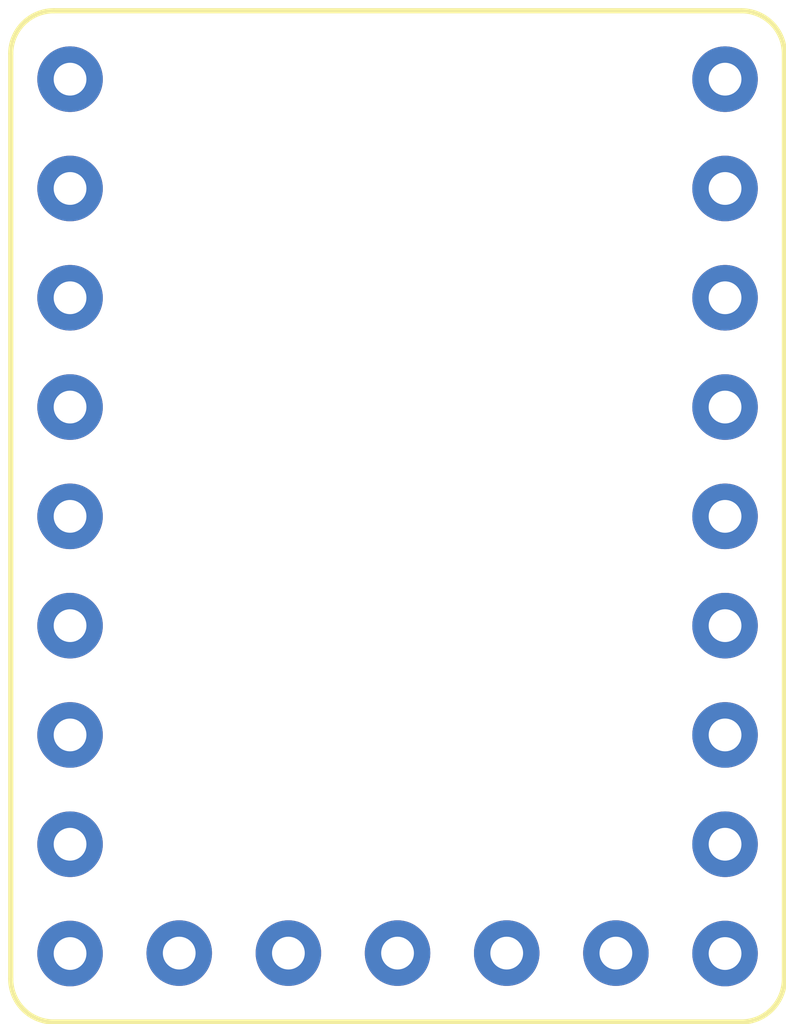
<source format=kicad_pcb>
(kicad_pcb (version 20241229) (generator "pcbnew") (generator_version "9.0")
  (layers (0 "F.Cu" signal) (2 "B.Cu" signal) (13 "F.Paste" user) (15 "B.Paste" user) (5 "F.SilkS" user "F.Silkscreen") (7 "B.SilkS" user "B.Silkscreen") (1 "F.Mask" user) (3 "B.Mask" user) (25 "Edge.Cuts" user))
  (net 0 "")
  (footprint "RP2040-Tiny:RP2040-Tiny" (layer "F.Cu") (at 127.88 88.09)
    (property "Reference" "U1" (hide yes))
    (property "Value" "~")
    (fp_line (start 0 22.5) (end 0 1) (stroke (width 0.12)) (layer "F.SilkS"))
    (fp_line (start 1 0) (end 17 0) (stroke (width 0.12)) (layer "F.SilkS"))
    (fp_line (start 17 23.5) (end 1 23.5) (stroke (width 0.12)) (layer "F.SilkS"))
    (fp_line (start 18 1) (end 18 22.5) (stroke (width 0.12)) (layer "F.SilkS"))
    (fp_arc (start 0 1) (mid 0.292893 0.292893) (end 1 0) (stroke (width 0.12)) (layer "F.SilkS"))
    (fp_arc (start 1 23.5) (mid 0.292893 23.207107) (end 0 22.5) (stroke (width 0.12)) (layer "F.SilkS"))
    (fp_arc (start 17 0) (mid 17.707107 0.292893) (end 18 1) (stroke (width 0.12)) (layer "F.SilkS"))
    (fp_arc (start 18 22.5) (mid 17.707107 23.207107) (end 17 23.5) (stroke (width 0.12)) (layer "F.SilkS"))
    (pad "0" thru_hole circle (at 16.62 1.59) (size 1.524 1.524) (drill 0.762) (layers "*.Cu" "*.Mask"))
    (pad "1" thru_hole circle (at 16.62 4.13) (size 1.524 1.524) (drill 0.762) (layers "*.Cu" "*.Mask"))
    (pad "2" thru_hole circle (at 16.62 6.67) (size 1.524 1.524) (drill 0.762) (layers "*.Cu" "*.Mask"))
    (pad "3" thru_hole circle (at 16.62 9.21) (size 1.524 1.524) (drill 0.762) (layers "*.Cu" "*.Mask"))
    (pad "3V3" thru_hole circle (at 1.38 6.67) (size 1.524 1.524) (drill 0.762) (layers "*.Cu" "*.Mask"))
    (pad "4" thru_hole circle (at 16.62 11.75) (size 1.524 1.524) (drill 0.762) (layers "*.Cu" "*.Mask"))
    (pad "5" thru_hole circle (at 16.62 14.29) (size 1.524 1.524) (drill 0.762) (layers "*.Cu" "*.Mask"))
    (pad "5V" thru_hole circle (at 1.38 1.59) (size 1.524 1.524) (drill 0.762) (layers "*.Cu" "*.Mask"))
    (pad "6" thru_hole circle (at 16.62 16.83) (size 1.524 1.524) (drill 0.762) (layers "*.Cu" "*.Mask"))
    (pad "7" thru_hole circle (at 16.62 19.37) (size 1.524 1.524) (drill 0.762) (layers "*.Cu" "*.Mask"))
    (pad "8" thru_hole circle (at 16.62 21.91) (size 1.524 1.524) (drill 0.762) (layers "*.Cu" "*.Mask"))
    (pad "9" thru_hole circle (at 14.08 21.9) (size 1.524 1.524) (drill 0.762) (layers "*.Cu" "*.Mask"))
    (pad "10" thru_hole circle (at 11.54 21.9) (size 1.524 1.524) (drill 0.762) (layers "*.Cu" "*.Mask"))
    (pad "11" thru_hole circle (at 9 21.9) (size 1.524 1.524) (drill 0.762) (layers "*.Cu" "*.Mask"))
    (pad "12" thru_hole circle (at 6.46 21.9) (size 1.524 1.524) (drill 0.762) (layers "*.Cu" "*.Mask"))
    (pad "13" thru_hole circle (at 3.92 21.9) (size 1.524 1.524) (drill 0.762) (layers "*.Cu" "*.Mask"))
    (pad "14" thru_hole circle (at 1.38 21.91) (size 1.524 1.524) (drill 0.762) (layers "*.Cu" "*.Mask"))
    (pad "15" thru_hole circle (at 1.38 19.37) (size 1.524 1.524) (drill 0.762) (layers "*.Cu" "*.Mask"))
    (pad "26" thru_hole circle (at 1.38 16.83) (size 1.524 1.524) (drill 0.762) (layers "*.Cu" "*.Mask"))
    (pad "27" thru_hole circle (at 1.38 14.29) (size 1.524 1.524) (drill 0.762) (layers "*.Cu" "*.Mask"))
    (pad "28" thru_hole circle (at 1.38 11.75) (size 1.524 1.524) (drill 0.762) (layers "*.Cu" "*.Mask"))
    (pad "29" thru_hole circle (at 1.38 9.21) (size 1.524 1.524) (drill 0.762) (layers "*.Cu" "*.Mask"))
    (pad "GND" thru_hole circle (at 1.38 4.13) (size 1.524 1.524) (drill 0.762) (layers "*.Cu" "*.Mask"))
  )
)
</source>
